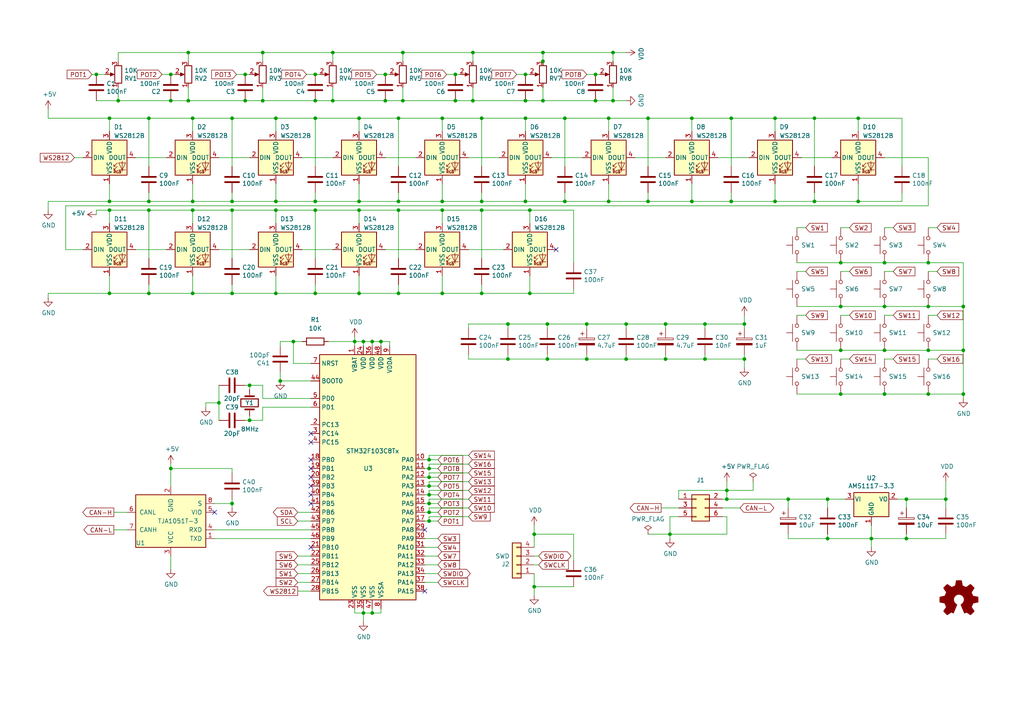
<source format=kicad_sch>
(kicad_sch (version 20211123) (generator eeschema)
  (paper "A4")
  (title_block (title "riban modular 10HP generic panel") (date "2024-02-26") (rev "3") (company "riban"))
  (junction (at 236.22 58.42))
  (junction (at 163.83 58.42))
  (junction (at 236.22 34.29))
  (junction (at 137.16 15.24))
  (junction (at 224.79 34.29))
  (junction (at 43.18 60.96))
  (junction (at 152.4 21.59))
  (junction (at 91.44 60.96))
  (junction (at 132.08 29.21))
  (junction (at 71.12 29.21))
  (junction (at 102.87 99.06))
  (junction (at 104.14 58.42))
  (junction (at 91.44 58.42))
  (junction (at 67.31 34.29))
  (junction (at 256.54 114.3))
  (junction (at 210.82 142.24))
  (junction (at 193.04 93.98))
  (junction (at 55.88 85.09))
  (junction (at 110.49 99.06))
  (junction (at 104.14 60.96))
  (junction (at 80.01 58.42))
  (junction (at 157.48 29.21))
  (junction (at 240.03 144.78))
  (junction (at 115.57 60.96))
  (junction (at 139.7 60.96))
  (junction (at 194.31 154.94))
  (junction (at 124.46 133.35))
  (junction (at 27.94 21.59))
  (junction (at 67.31 58.42))
  (junction (at 124.46 148.59))
  (junction (at 170.18 93.98))
  (junction (at 128.27 34.29))
  (junction (at 128.27 60.96))
  (junction (at 172.72 29.21))
  (junction (at 193.04 104.14))
  (junction (at 269.24 114.3))
  (junction (at 91.44 34.29))
  (junction (at 212.09 58.42))
  (junction (at 124.46 135.89))
  (junction (at 72.39 121.92))
  (junction (at 252.73 156.21))
  (junction (at 256.54 88.9))
  (junction (at 124.46 138.43))
  (junction (at 76.2 29.21))
  (junction (at 104.14 85.09))
  (junction (at 243.84 76.2))
  (junction (at 248.92 58.42))
  (junction (at 157.48 17.78))
  (junction (at 85.09 99.06))
  (junction (at 55.88 60.96))
  (junction (at 31.75 85.09))
  (junction (at 243.84 88.9))
  (junction (at 176.53 34.29))
  (junction (at 177.8 15.24))
  (junction (at 124.46 140.97))
  (junction (at 67.31 146.05))
  (junction (at 76.2 15.24))
  (junction (at 54.61 15.24))
  (junction (at 153.67 60.96))
  (junction (at 153.67 85.09))
  (junction (at 181.61 93.98))
  (junction (at 80.01 60.96))
  (junction (at 172.72 21.59))
  (junction (at 31.75 58.42))
  (junction (at 152.4 29.21))
  (junction (at 200.66 58.42))
  (junction (at 49.53 135.89))
  (junction (at 115.57 34.29))
  (junction (at 210.82 144.78))
  (junction (at 31.75 60.96))
  (junction (at 107.95 99.06))
  (junction (at 72.39 111.76))
  (junction (at 96.52 15.24))
  (junction (at 81.28 110.49))
  (junction (at 128.27 85.09))
  (junction (at 116.84 29.21))
  (junction (at 147.32 104.14))
  (junction (at 67.31 60.96))
  (junction (at 157.48 15.24))
  (junction (at 212.09 34.29))
  (junction (at 279.4 114.3))
  (junction (at 154.94 170.18))
  (junction (at 274.32 144.78))
  (junction (at 248.92 34.29))
  (junction (at 49.53 21.59))
  (junction (at 269.24 88.9))
  (junction (at 262.89 144.78))
  (junction (at 105.41 177.8))
  (junction (at 152.4 34.29))
  (junction (at 187.96 58.42))
  (junction (at 115.57 58.42))
  (junction (at 269.24 101.6))
  (junction (at 43.18 34.29))
  (junction (at 55.88 58.42))
  (junction (at 43.18 58.42))
  (junction (at 158.75 93.98))
  (junction (at 243.84 114.3))
  (junction (at 139.7 58.42))
  (junction (at 63.5 116.84))
  (junction (at 215.9 104.14))
  (junction (at 262.89 156.21))
  (junction (at 256.54 76.2))
  (junction (at 124.46 146.05))
  (junction (at 80.01 85.09))
  (junction (at 111.76 21.59))
  (junction (at 240.03 156.21))
  (junction (at 49.53 29.21))
  (junction (at 215.9 93.98))
  (junction (at 91.44 29.21))
  (junction (at 128.27 58.42))
  (junction (at 228.6 144.78))
  (junction (at 91.44 21.59))
  (junction (at 204.47 93.98))
  (junction (at 170.18 104.14))
  (junction (at 139.7 34.29))
  (junction (at 224.79 58.42))
  (junction (at 269.24 76.2))
  (junction (at 111.76 29.21))
  (junction (at 256.54 101.6))
  (junction (at 147.32 93.98))
  (junction (at 104.14 34.29))
  (junction (at 124.46 151.13))
  (junction (at 154.94 154.94))
  (junction (at 177.8 29.21))
  (junction (at 137.16 29.21))
  (junction (at 43.18 85.09))
  (junction (at 91.44 85.09))
  (junction (at 116.84 15.24))
  (junction (at 132.08 21.59))
  (junction (at 54.61 29.21))
  (junction (at 105.41 99.06))
  (junction (at 107.95 177.8))
  (junction (at 80.01 34.29))
  (junction (at 34.29 29.21))
  (junction (at 176.53 58.42))
  (junction (at 243.84 101.6))
  (junction (at 96.52 29.21))
  (junction (at 187.96 34.29))
  (junction (at 31.75 34.29))
  (junction (at 152.4 58.42))
  (junction (at 67.31 85.09))
  (junction (at 279.4 88.9))
  (junction (at 181.61 104.14))
  (junction (at 71.12 21.59))
  (junction (at 139.7 85.09))
  (junction (at 158.75 104.14))
  (junction (at 55.88 34.29))
  (junction (at 124.46 143.51))
  (junction (at 204.47 104.14))
  (junction (at 163.83 34.29))
  (junction (at 200.66 34.29))
  (junction (at 279.4 101.6))
  (junction (at 115.57 85.09))
  (no_connect (at 90.17 125.73))
  (no_connect (at 90.17 146.05))
  (no_connect (at 90.17 143.51))
  (no_connect (at 90.17 140.97))
  (no_connect (at 90.17 133.35))
  (no_connect (at 90.17 135.89))
  (no_connect (at 62.23 148.59))
  (no_connect (at 90.17 128.27))
  (no_connect (at 123.19 171.45))
  (no_connect (at 123.19 153.67))
  (no_connect (at 90.17 158.75))
  (no_connect (at 90.17 138.43))
  (no_connect (at 161.29 72.39))
  (wire (pts (xy 71.12 29.21) (xy 76.2 29.21)))
  (wire (pts (xy 55.88 53.34) (xy 55.88 58.42)))
  (wire (pts (xy 177.8 17.78) (xy 177.8 15.24)))
  (wire (pts (xy 157.48 29.21) (xy 172.72 29.21)))
  (wire (pts (xy 91.44 85.09) (xy 104.14 85.09)))
  (wire (pts (xy 135.89 134.62) (xy 124.46 134.62)))
  (wire (pts (xy 124.46 135.89) (xy 123.19 135.89)))
  (wire (pts (xy 67.31 85.09) (xy 80.01 85.09)))
  (wire (pts (xy 279.4 76.2) (xy 279.4 88.9)))
  (wire (pts (xy 135.89 95.25) (xy 135.89 93.98)))
  (wire (pts (xy 96.52 29.21) (xy 111.76 29.21)))
  (wire (pts (xy 269.24 88.9) (xy 279.4 88.9)))
  (wire (pts (xy 81.28 110.49) (xy 90.17 110.49)))
  (wire (pts (xy 43.18 34.29) (xy 55.88 34.29)))
  (wire (pts (xy 256.54 114.3) (xy 243.84 114.3)))
  (wire (pts (xy 204.47 93.98) (xy 215.9 93.98)))
  (wire (pts (xy 231.14 78.74) (xy 233.68 78.74)))
  (wire (pts (xy 80.01 53.34) (xy 80.01 58.42)))
  (wire (pts (xy 170.18 104.14) (xy 181.61 104.14)))
  (wire (pts (xy 160.02 45.72) (xy 168.91 45.72)))
  (wire (pts (xy 76.2 29.21) (xy 91.44 29.21)))
  (wire (pts (xy 152.4 29.21) (xy 157.48 29.21)))
  (wire (pts (xy 31.75 64.77) (xy 31.75 60.96)))
  (wire (pts (xy 262.89 156.21) (xy 274.32 156.21)))
  (wire (pts (xy 139.7 85.09) (xy 153.67 85.09)))
  (wire (pts (xy 269.24 76.2) (xy 279.4 76.2)))
  (wire (pts (xy 80.01 58.42) (xy 91.44 58.42)))
  (wire (pts (xy 157.48 17.78) (xy 157.48 15.24)))
  (wire (pts (xy 191.77 147.32) (xy 196.85 147.32)))
  (wire (pts (xy 187.96 55.88) (xy 187.96 58.42)))
  (wire (pts (xy 181.61 104.14) (xy 193.04 104.14)))
  (wire (pts (xy 135.89 142.24) (xy 124.46 142.24)))
  (wire (pts (xy 76.2 111.76) (xy 72.39 111.76)))
  (wire (pts (xy 152.4 21.59) (xy 149.86 21.59)))
  (wire (pts (xy 123.19 146.05) (xy 124.46 146.05)))
  (wire (pts (xy 105.41 180.34) (xy 105.41 177.8)))
  (wire (pts (xy 91.44 60.96) (xy 104.14 60.96)))
  (wire (pts (xy 154.94 170.18) (xy 154.94 166.37)))
  (wire (pts (xy 256.54 78.74) (xy 259.08 78.74)))
  (wire (pts (xy 95.25 99.06) (xy 102.87 99.06)))
  (wire (pts (xy 113.03 99.06) (xy 113.03 100.33)))
  (wire (pts (xy 200.66 53.34) (xy 200.66 58.42)))
  (wire (pts (xy 128.27 58.42) (xy 139.7 58.42)))
  (wire (pts (xy 96.52 25.4) (xy 96.52 29.21)))
  (wire (pts (xy 123.19 163.83) (xy 127 163.83)))
  (wire (pts (xy 107.95 177.8) (xy 110.49 177.8)))
  (wire (pts (xy 153.67 60.96) (xy 166.37 60.96)))
  (wire (pts (xy 240.03 156.21) (xy 252.73 156.21)))
  (wire (pts (xy 210.82 154.94) (xy 194.31 154.94)))
  (wire (pts (xy 63.5 116.84) (xy 59.69 116.84)))
  (wire (pts (xy 54.61 29.21) (xy 71.12 29.21)))
  (wire (pts (xy 208.28 45.72) (xy 217.17 45.72)))
  (wire (pts (xy 67.31 144.78) (xy 67.31 146.05)))
  (wire (pts (xy 231.14 91.44) (xy 233.68 91.44)))
  (wire (pts (xy 139.7 60.96) (xy 139.7 74.93)))
  (wire (pts (xy 90.17 105.41) (xy 85.09 105.41)))
  (wire (pts (xy 147.32 93.98) (xy 158.75 93.98)))
  (wire (pts (xy 81.28 107.95) (xy 81.28 110.49)))
  (wire (pts (xy 158.75 93.98) (xy 170.18 93.98)))
  (wire (pts (xy 76.2 25.4) (xy 76.2 29.21)))
  (wire (pts (xy 147.32 104.14) (xy 135.89 104.14)))
  (wire (pts (xy 67.31 74.93) (xy 67.31 60.96)))
  (wire (pts (xy 13.97 31.75) (xy 13.97 34.29)))
  (wire (pts (xy 104.14 85.09) (xy 115.57 85.09)))
  (wire (pts (xy 80.01 85.09) (xy 91.44 85.09)))
  (wire (pts (xy 269.24 45.72) (xy 269.24 59.69)))
  (wire (pts (xy 115.57 48.26) (xy 115.57 34.29)))
  (wire (pts (xy 261.62 48.26) (xy 261.62 34.29)))
  (wire (pts (xy 90.17 115.57) (xy 76.2 115.57)))
  (wire (pts (xy 54.61 17.78) (xy 54.61 15.24)))
  (wire (pts (xy 212.09 55.88) (xy 212.09 58.42)))
  (wire (pts (xy 128.27 38.1) (xy 128.27 34.29)))
  (wire (pts (xy 107.95 176.53) (xy 107.95 177.8)))
  (wire (pts (xy 124.46 146.05) (xy 127 146.05)))
  (wire (pts (xy 153.67 64.77) (xy 153.67 60.96)))
  (wire (pts (xy 43.18 82.55) (xy 43.18 85.09)))
  (wire (pts (xy 154.94 154.94) (xy 154.94 158.75)))
  (wire (pts (xy 127 156.21) (xy 123.19 156.21)))
  (wire (pts (xy 209.55 144.78) (xy 210.82 144.78)))
  (wire (pts (xy 252.73 158.75) (xy 252.73 156.21)))
  (wire (pts (xy 33.02 148.59) (xy 36.83 148.59)))
  (wire (pts (xy 128.27 60.96) (xy 139.7 60.96)))
  (wire (pts (xy 248.92 53.34) (xy 248.92 58.42)))
  (wire (pts (xy 224.79 53.34) (xy 224.79 58.42)))
  (wire (pts (xy 279.4 88.9) (xy 279.4 101.6)))
  (wire (pts (xy 231.14 66.04) (xy 233.68 66.04)))
  (wire (pts (xy 72.39 111.76) (xy 72.39 113.03)))
  (wire (pts (xy 231.14 104.14) (xy 233.68 104.14)))
  (wire (pts (xy 116.84 29.21) (xy 132.08 29.21)))
  (wire (pts (xy 170.18 104.14) (xy 170.18 102.87)))
  (wire (pts (xy 154.94 154.94) (xy 154.94 152.4)))
  (wire (pts (xy 63.5 72.39) (xy 72.39 72.39)))
  (wire (pts (xy 13.97 60.96) (xy 13.97 58.42)))
  (wire (pts (xy 181.61 102.87) (xy 181.61 104.14)))
  (wire (pts (xy 210.82 142.24) (xy 210.82 144.78)))
  (wire (pts (xy 154.94 163.83) (xy 156.21 163.83)))
  (wire (pts (xy 152.4 34.29) (xy 163.83 34.29)))
  (wire (pts (xy 269.24 78.74) (xy 271.78 78.74)))
  (wire (pts (xy 210.82 142.24) (xy 218.44 142.24)))
  (wire (pts (xy 34.29 29.21) (xy 49.53 29.21)))
  (wire (pts (xy 243.84 114.3) (xy 231.14 114.3)))
  (wire (pts (xy 50.8 21.59) (xy 49.53 21.59)))
  (wire (pts (xy 33.02 153.67) (xy 36.83 153.67)))
  (wire (pts (xy 31.75 58.42) (xy 43.18 58.42)))
  (wire (pts (xy 49.53 29.21) (xy 54.61 29.21)))
  (wire (pts (xy 243.84 104.14) (xy 246.38 104.14)))
  (wire (pts (xy 243.84 66.04) (xy 246.38 66.04)))
  (wire (pts (xy 176.53 38.1) (xy 176.53 34.29)))
  (wire (pts (xy 67.31 60.96) (xy 80.01 60.96)))
  (wire (pts (xy 49.53 135.89) (xy 49.53 140.97)))
  (wire (pts (xy 262.89 154.94) (xy 262.89 156.21)))
  (wire (pts (xy 147.32 104.14) (xy 158.75 104.14)))
  (wire (pts (xy 115.57 82.55) (xy 115.57 85.09)))
  (wire (pts (xy 269.24 104.14) (xy 271.78 104.14)))
  (wire (pts (xy 115.57 85.09) (xy 128.27 85.09)))
  (wire (pts (xy 115.57 58.42) (xy 128.27 58.42)))
  (wire (pts (xy 116.84 15.24) (xy 137.16 15.24)))
  (wire (pts (xy 27.94 21.59) (xy 26.67 21.59)))
  (wire (pts (xy 49.53 135.89) (xy 67.31 135.89)))
  (wire (pts (xy 105.41 177.8) (xy 102.87 177.8)))
  (wire (pts (xy 85.09 105.41) (xy 85.09 99.06)))
  (wire (pts (xy 91.44 34.29) (xy 104.14 34.29)))
  (wire (pts (xy 91.44 58.42) (xy 104.14 58.42)))
  (wire (pts (xy 163.83 55.88) (xy 163.83 58.42)))
  (wire (pts (xy 127 140.97) (xy 124.46 140.97)))
  (wire (pts (xy 86.36 161.29) (xy 90.17 161.29)))
  (wire (pts (xy 67.31 34.29) (xy 80.01 34.29)))
  (wire (pts (xy 43.18 58.42) (xy 55.88 58.42)))
  (wire (pts (xy 111.76 29.21) (xy 116.84 29.21)))
  (wire (pts (xy 124.46 142.24) (xy 124.46 143.51)))
  (wire (pts (xy 128.27 53.34) (xy 128.27 58.42)))
  (wire (pts (xy 116.84 25.4) (xy 116.84 29.21)))
  (wire (pts (xy 49.53 134.62) (xy 49.53 135.89)))
  (wire (pts (xy 187.96 154.94) (xy 194.31 154.94)))
  (wire (pts (xy 55.88 85.09) (xy 67.31 85.09)))
  (wire (pts (xy 187.96 58.42) (xy 200.66 58.42)))
  (wire (pts (xy 124.46 132.08) (xy 124.46 133.35)))
  (wire (pts (xy 124.46 149.86) (xy 124.46 151.13)))
  (wire (pts (xy 132.08 29.21) (xy 137.16 29.21)))
  (wire (pts (xy 90.17 163.83) (xy 86.36 163.83)))
  (wire (pts (xy 72.39 120.65) (xy 72.39 121.92)))
  (wire (pts (xy 43.18 74.93) (xy 43.18 60.96)))
  (wire (pts (xy 124.46 140.97) (xy 123.19 140.97)))
  (wire (pts (xy 137.16 25.4) (xy 137.16 29.21)))
  (wire (pts (xy 72.39 21.59) (xy 71.12 21.59)))
  (wire (pts (xy 236.22 48.26) (xy 236.22 34.29)))
  (wire (pts (xy 19.05 59.69) (xy 19.05 72.39)))
  (wire (pts (xy 209.55 149.86) (xy 210.82 149.86)))
  (wire (pts (xy 269.24 66.04) (xy 271.78 66.04)))
  (wire (pts (xy 210.82 139.7) (xy 210.82 142.24)))
  (wire (pts (xy 196.85 142.24) (xy 210.82 142.24)))
  (wire (pts (xy 102.87 97.79) (xy 102.87 99.06)))
  (wire (pts (xy 76.2 118.11) (xy 76.2 121.92)))
  (wire (pts (xy 196.85 149.86) (xy 194.31 149.86)))
  (wire (pts (xy 80.01 64.77) (xy 80.01 60.96)))
  (wire (pts (xy 153.67 85.09) (xy 166.37 85.09)))
  (wire (pts (xy 86.36 171.45) (xy 90.17 171.45)))
  (wire (pts (xy 139.7 58.42) (xy 152.4 58.42)))
  (wire (pts (xy 127 148.59) (xy 124.46 148.59)))
  (wire (pts (xy 177.8 29.21) (xy 181.61 29.21)))
  (wire (pts (xy 193.04 93.98) (xy 204.47 93.98)))
  (wire (pts (xy 194.31 154.94) (xy 194.31 156.21)))
  (wire (pts (xy 67.31 48.26) (xy 67.31 34.29)))
  (wire (pts (xy 90.17 118.11) (xy 76.2 118.11)))
  (wire (pts (xy 123.19 138.43) (xy 124.46 138.43)))
  (wire (pts (xy 110.49 100.33) (xy 110.49 99.06)))
  (wire (pts (xy 124.46 139.7) (xy 124.46 140.97)))
  (wire (pts (xy 243.84 88.9) (xy 231.14 88.9)))
  (wire (pts (xy 104.14 64.77) (xy 104.14 60.96)))
  (wire (pts (xy 139.7 60.96) (xy 153.67 60.96)))
  (wire (pts (xy 224.79 58.42) (xy 236.22 58.42)))
  (wire (pts (xy 224.79 34.29) (xy 236.22 34.29)))
  (wire (pts (xy 172.72 21.59) (xy 170.18 21.59)))
  (wire (pts (xy 137.16 15.24) (xy 157.48 15.24)))
  (wire (pts (xy 200.66 58.42) (xy 212.09 58.42)))
  (wire (pts (xy 248.92 34.29) (xy 261.62 34.29)))
  (wire (pts (xy 111.76 21.59) (xy 109.22 21.59)))
  (wire (pts (xy 256.54 45.72) (xy 269.24 45.72)))
  (wire (pts (xy 31.75 34.29) (xy 43.18 34.29)))
  (wire (pts (xy 157.48 19.05) (xy 157.48 17.78)))
  (wire (pts (xy 55.88 38.1) (xy 55.88 34.29)))
  (wire (pts (xy 269.24 88.9) (xy 256.54 88.9)))
  (wire (pts (xy 181.61 93.98) (xy 181.61 95.25)))
  (wire (pts (xy 153.67 21.59) (xy 152.4 21.59)))
  (wire (pts (xy 210.82 149.86) (xy 210.82 154.94)))
  (wire (pts (xy 256.54 101.6) (xy 243.84 101.6)))
  (wire (pts (xy 177.8 25.4) (xy 177.8 29.21)))
  (wire (pts (xy 243.84 91.44) (xy 246.38 91.44)))
  (wire (pts (xy 147.32 95.25) (xy 147.32 93.98)))
  (wire (pts (xy 76.2 115.57) (xy 76.2 111.76)))
  (wire (pts (xy 187.96 48.26) (xy 187.96 34.29)))
  (wire (pts (xy 269.24 101.6) (xy 279.4 101.6)))
  (wire (pts (xy 76.2 15.24) (xy 96.52 15.24)))
  (wire (pts (xy 107.95 99.06) (xy 105.41 99.06)))
  (wire (pts (xy 86.36 168.91) (xy 90.17 168.91)))
  (wire (pts (xy 55.88 64.77) (xy 55.88 60.96)))
  (wire (pts (xy 91.44 55.88) (xy 91.44 58.42)))
  (wire (pts (xy 269.24 91.44) (xy 271.78 91.44)))
  (wire (pts (xy 262.89 144.78) (xy 262.89 147.32)))
  (wire (pts (xy 157.48 25.4) (xy 157.48 29.21)))
  (wire (pts (xy 166.37 85.09) (xy 166.37 83.82)))
  (wire (pts (xy 166.37 170.18) (xy 154.94 170.18)))
  (wire (pts (xy 228.6 144.78) (xy 240.03 144.78)))
  (wire (pts (xy 80.01 60.96) (xy 91.44 60.96)))
  (wire (pts (xy 55.88 58.42) (xy 67.31 58.42)))
  (wire (pts (xy 193.04 104.14) (xy 204.47 104.14)))
  (wire (pts (xy 105.41 100.33) (xy 105.41 99.06)))
  (wire (pts (xy 67.31 147.32) (xy 67.31 146.05)))
  (wire (pts (xy 218.44 142.24) (xy 218.44 139.7)))
  (wire (pts (xy 240.03 144.78) (xy 240.03 147.32)))
  (wire (pts (xy 102.87 176.53) (xy 102.87 177.8)))
  (wire (pts (xy 204.47 104.14) (xy 215.9 104.14)))
  (wire (pts (xy 176.53 58.42) (xy 187.96 58.42)))
  (wire (pts (xy 104.14 38.1) (xy 104.14 34.29)))
  (wire (pts (xy 27.94 29.21) (xy 34.29 29.21)))
  (wire (pts (xy 260.35 144.78) (xy 262.89 144.78)))
  (wire (pts (xy 212.09 34.29) (xy 224.79 34.29)))
  (wire (pts (xy 115.57 60.96) (xy 128.27 60.96)))
  (wire (pts (xy 236.22 34.29) (xy 248.92 34.29)))
  (wire (pts (xy 127 133.35) (xy 124.46 133.35)))
  (wire (pts (xy 13.97 34.29) (xy 31.75 34.29)))
  (wire (pts (xy 269.24 114.3) (xy 256.54 114.3)))
  (wire (pts (xy 63.5 111.76) (xy 63.5 116.84)))
  (wire (pts (xy 87.63 99.06) (xy 85.09 99.06)))
  (wire (pts (xy 133.35 21.59) (xy 132.08 21.59)))
  (wire (pts (xy 215.9 106.68) (xy 215.9 104.14)))
  (wire (pts (xy 124.46 147.32) (xy 124.46 148.59)))
  (wire (pts (xy 228.6 154.94) (xy 228.6 156.21)))
  (wire (pts (xy 76.2 17.78) (xy 76.2 15.24)))
  (wire (pts (xy 187.96 34.29) (xy 200.66 34.29)))
  (wire (pts (xy 200.66 38.1) (xy 200.66 34.29)))
  (wire (pts (xy 232.41 45.72) (xy 241.3 45.72)))
  (wire (pts (xy 105.41 176.53) (xy 105.41 177.8)))
  (wire (pts (xy 127 135.89) (xy 124.46 135.89)))
  (wire (pts (xy 27.94 60.96) (xy 31.75 60.96)))
  (wire (pts (xy 269.24 101.6) (xy 256.54 101.6)))
  (wire (pts (xy 124.46 148.59) (xy 123.19 148.59)))
  (wire (pts (xy 163.83 34.29) (xy 176.53 34.29)))
  (wire (pts (xy 115.57 34.29) (xy 128.27 34.29)))
  (wire (pts (xy 92.71 21.59) (xy 91.44 21.59)))
  (wire (pts (xy 256.54 76.2) (xy 243.84 76.2)))
  (wire (pts (xy 62.23 156.21) (xy 90.17 156.21)))
  (wire (pts (xy 76.2 121.92) (xy 72.39 121.92)))
  (wire (pts (xy 91.44 29.21) (xy 96.52 29.21)))
  (wire (pts (xy 21.59 45.72) (xy 24.13 45.72)))
  (wire (pts (xy 86.36 151.13) (xy 90.17 151.13)))
  (wire (pts (xy 110.49 99.06) (xy 113.03 99.06)))
  (wire (pts (xy 27.94 62.23) (xy 27.94 60.96)))
  (wire (pts (xy 127 143.51) (xy 124.46 143.51)))
  (wire (pts (xy 256.54 91.44) (xy 259.08 91.44)))
  (wire (pts (xy 135.89 45.72) (xy 144.78 45.72)))
  (wire (pts (xy 67.31 82.55) (xy 67.31 85.09)))
  (wire (pts (xy 107.95 100.33) (xy 107.95 99.06)))
  (wire (pts (xy 132.08 21.59) (xy 129.54 21.59)))
  (wire (pts (xy 54.61 15.24) (xy 76.2 15.24)))
  (wire (pts (xy 124.46 151.13) (xy 123.19 151.13)))
  (wire (pts (xy 274.32 154.94) (xy 274.32 156.21)))
  (wire (pts (xy 157.48 15.24) (xy 177.8 15.24)))
  (wire (pts (xy 135.89 132.08) (xy 124.46 132.08)))
  (wire (pts (xy 228.6 156.21) (xy 240.03 156.21)))
  (wire (pts (xy 13.97 58.42) (xy 31.75 58.42)))
  (wire (pts (xy 139.7 48.26) (xy 139.7 34.29)))
  (wire (pts (xy 269.24 59.69) (xy 19.05 59.69)))
  (wire (pts (xy 39.37 45.72) (xy 48.26 45.72)))
  (wire (pts (xy 128.27 34.29) (xy 139.7 34.29)))
  (wire (pts (xy 172.72 29.21) (xy 177.8 29.21)))
  (wire (pts (xy 154.94 161.29) (xy 156.21 161.29)))
  (wire (pts (xy 13.97 85.09) (xy 31.75 85.09)))
  (wire (pts (xy 256.54 66.04) (xy 259.08 66.04)))
  (wire (pts (xy 124.46 143.51) (xy 123.19 143.51)))
  (wire (pts (xy 59.69 116.84) (xy 59.69 118.11)))
  (wire (pts (xy 104.14 58.42) (xy 115.57 58.42)))
  (wire (pts (xy 111.76 72.39) (xy 120.65 72.39)))
  (wire (pts (xy 243.84 101.6) (xy 231.14 101.6)))
  (wire (pts (xy 124.46 134.62) (xy 124.46 135.89)))
  (wire (pts (xy 177.8 15.24) (xy 181.61 15.24)))
  (wire (pts (xy 200.66 34.29) (xy 212.09 34.29)))
  (wire (pts (xy 105.41 99.06) (xy 102.87 99.06)))
  (wire (pts (xy 135.89 147.32) (xy 124.46 147.32)))
  (wire (pts (xy 104.14 34.29) (xy 115.57 34.29)))
  (wire (pts (xy 256.54 88.9) (xy 243.84 88.9)))
  (wire (pts (xy 96.52 15.24) (xy 116.84 15.24)))
  (wire (pts (xy 256.54 104.14) (xy 259.08 104.14)))
  (wire (pts (xy 80.01 38.1) (xy 80.01 34.29)))
  (wire (pts (xy 212.09 58.42) (xy 224.79 58.42)))
  (wire (pts (xy 104.14 80.01) (xy 104.14 85.09)))
  (wire (pts (xy 31.75 60.96) (xy 43.18 60.96)))
  (wire (pts (xy 135.89 102.87) (xy 135.89 104.14)))
  (wire (pts (xy 127 151.13) (xy 124.46 151.13)))
  (wire (pts (xy 269.24 114.3) (xy 279.4 114.3)))
  (wire (pts (xy 274.32 144.78) (xy 274.32 139.7)))
  (wire (pts (xy 124.46 133.35) (xy 123.19 133.35)))
  (wire (pts (xy 67.31 135.89) (xy 67.31 137.16)))
  (wire (pts (xy 107.95 99.06) (xy 110.49 99.06)))
  (wire (pts (xy 85.09 99.06) (xy 81.28 99.06)))
  (wire (pts (xy 71.12 21.59) (xy 68.58 21.59)))
  (wire (pts (xy 261.62 55.88) (xy 261.62 58.42)))
  (wire (pts (xy 236.22 58.42) (xy 248.92 58.42)))
  (wire (pts (xy 135.89 149.86) (xy 124.46 149.86)))
  (wire (pts (xy 137.16 17.78) (xy 137.16 15.24)))
  (wire (pts (xy 110.49 176.53) (xy 110.49 177.8)))
  (wire (pts (xy 81.28 99.06) (xy 81.28 100.33)))
  (wire (pts (xy 67.31 146.05) (xy 62.23 146.05)))
  (wire (pts (xy 31.75 38.1) (xy 31.75 34.29)))
  (wire (pts (xy 86.36 166.37) (xy 90.17 166.37)))
  (wire (pts (xy 215.9 93.98) (xy 215.9 95.25)))
  (wire (pts (xy 80.01 34.29) (xy 91.44 34.29)))
  (wire (pts (xy 107.95 177.8) (xy 105.41 177.8)))
  (wire (pts (xy 210.82 144.78) (xy 228.6 144.78)))
  (wire (pts (xy 152.4 38.1) (xy 152.4 34.29)))
  (wire (pts (xy 135.89 144.78) (xy 124.46 144.78)))
  (wire (pts (xy 135.89 139.7) (xy 124.46 139.7)))
  (wire (pts (xy 139.7 82.55) (xy 139.7 85.09)))
  (wire (pts (xy 102.87 100.33) (xy 102.87 99.06)))
  (wire (pts (xy 43.18 55.88) (xy 43.18 58.42)))
  (wire (pts (xy 240.03 154.94) (xy 240.03 156.21)))
  (wire (pts (xy 209.55 147.32) (xy 214.63 147.32)))
  (wire (pts (xy 116.84 17.78) (xy 116.84 15.24)))
  (wire (pts (xy 31.75 85.09) (xy 31.75 80.01)))
  (wire (pts (xy 147.32 102.87) (xy 147.32 104.14)))
  (wire (pts (xy 67.31 55.88) (xy 67.31 58.42)))
  (wire (pts (xy 43.18 85.09) (xy 55.88 85.09)))
  (wire (pts (xy 91.44 48.26) (xy 91.44 34.29)))
  (wire (pts (xy 39.37 72.39) (xy 48.26 72.39)))
  (wire (pts (xy 124.46 138.43) (xy 127 138.43)))
  (wire (pts (xy 170.18 93.98) (xy 181.61 93.98)))
  (wire (pts (xy 243.84 78.74) (xy 246.38 78.74)))
  (wire (pts (xy 80.01 80.01) (xy 80.01 85.09)))
  (wire (pts (xy 91.44 21.59) (xy 88.9 21.59)))
  (wire (pts (xy 236.22 55.88) (xy 236.22 58.42)))
  (wire (pts (xy 19.05 72.39) (xy 24.13 72.39)))
  (wire (pts (xy 43.18 48.26) (xy 43.18 34.29)))
  (wire (pts (xy 248.92 38.1) (xy 248.92 34.29)))
  (wire (pts (xy 252.73 152.4) (xy 252.73 156.21)))
  (wire (pts (xy 31.75 58.42) (xy 31.75 53.34)))
  (wire (pts (xy 176.53 53.34) (xy 176.53 58.42)))
  (wire (pts (xy 193.04 104.14) (xy 193.04 102.87)))
  (wire (pts (xy 63.5 45.72) (xy 72.39 45.72)))
  (wire (pts (xy 243.84 76.2) (xy 231.14 76.2)))
  (wire (pts (xy 87.63 72.39) (xy 96.52 72.39)))
  (wire (pts (xy 215.9 91.44) (xy 215.9 93.98)))
  (wire (pts (xy 166.37 60.96) (xy 166.37 76.2)))
  (wire (pts (xy 104.14 60.96) (xy 115.57 60.96)))
  (wire (pts (xy 170.18 95.25) (xy 170.18 93.98)))
  (wire (pts (xy 34.29 17.78) (xy 34.29 15.24)))
  (wire (pts (xy 158.75 104.14) (xy 170.18 104.14)))
  (wire (pts (xy 115.57 55.88) (xy 115.57 58.42)))
  (wire (pts (xy 135.89 72.39) (xy 146.05 72.39)))
  (wire (pts (xy 96.52 17.78) (xy 96.52 15.24)))
  (wire (pts (xy 67.31 58.42) (xy 80.01 58.42)))
  (wire (pts (xy 113.03 21.59) (xy 111.76 21.59)))
  (wire (pts (xy 158.75 95.25) (xy 158.75 93.98)))
  (wire (pts (xy 63.5 116.84) (xy 63.5 121.92)))
  (wire (pts (xy 13.97 86.36) (xy 13.97 85.09)))
  (wire (pts (xy 123.19 168.91) (xy 127 168.91)))
  (wire (pts (xy 154.94 172.72) (xy 154.94 170.18)))
  (wire (pts (xy 240.03 144.78) (xy 245.11 144.78)))
  (wire (pts (xy 184.15 45.72) (xy 193.04 45.72)))
  (wire (pts (xy 137.16 29.21) (xy 152.4 29.21)))
  (wire (pts (xy 262.89 144.78) (xy 274.32 144.78)))
  (wire (pts (xy 224.79 38.1) (xy 224.79 34.29)))
  (wire (pts (xy 30.48 21.59) (xy 27.94 21.59)))
  (wire (pts (xy 128.27 60.96) (xy 128.27 64.77)))
  (wire (pts (xy 115.57 74.93) (xy 115.57 60.96)))
  (wire (pts (xy 279.4 101.6) (xy 279.4 114.3)))
  (wire (pts (xy 124.46 144.78) (xy 124.46 146.05)))
  (wire (pts (xy 163.83 48.26) (xy 163.83 34.29)))
  (wire (pts (xy 163.83 58.42) (xy 176.53 58.42)))
  (wire (pts (xy 91.44 60.96) (xy 91.44 74.93)))
  (wire (pts (xy 43.18 60.96) (xy 55.88 60.96)))
  (wire (pts (xy 71.12 111.76) (xy 72.39 111.76)))
  (wire (pts (xy 204.47 93.98) (xy 204.47 95.25)))
  (wire (pts (xy 193.04 95.25) (xy 193.04 93.98)))
  (wire (pts (xy 181.61 93.98) (xy 193.04 93.98)))
  (wire (pts (xy 139.7 34.29) (xy 152.4 34.29)))
  (wire (pts (xy 212.09 48.26) (xy 212.09 34.29)))
  (wire (pts (xy 72.39 121.92) (xy 71.12 121.92)))
  (wire (pts (xy 123.19 161.29) (xy 127 161.29)))
  (wire (pts (xy 123.19 166.37) (xy 127 166.37)))
  (wire (pts (xy 31.75 85.09) (xy 43.18 85.09)))
  (wire (pts (xy 34.29 25.4) (xy 34.29 29.21)))
  (wire (pts (xy 176.53 34.29) (xy 187.96 34.29)))
  (wire (pts (xy 104.14 53.34) (xy 104.14 58.42)))
  (wire (pts (xy 127 158.75) (xy 123.19 158.75)))
  (wire (pts (xy 86.36 148.59) (xy 90.17 148.59)))
  (wire (pts (xy 55.88 80.01) (xy 55.88 85.09)))
  (wire (pts (xy 269.24 76.2) (xy 256.54 76.2)))
  (wire (pts (xy 55.88 34.29) (xy 67.31 34.29)))
  (wire (pts (xy 128.27 85.09) (xy 139.7 85.09)))
  (wire (pts (xy 111.76 45.72) (xy 120.65 45.72)))
  (wire (pts (xy 55.88 60.96) (xy 67.31 60.96)))
  (wire (pts (xy 173.99 21.59) (xy 172.72 21.59)))
  (wire (pts (xy 274.32 144.78) (xy 274.32 147.32)))
  (wire (pts (xy 135.89 93.98) (xy 147.32 93.98)))
  (wire (pts (xy 204.47 102.87) (xy 204.47 104.14)))
  (wire (pts (xy 153.67 85.09) (xy 153.67 80.01)))
  (wire (pts (xy 152.4 58.42) (xy 163.83 58.42)))
  (wire (pts (xy 166.37 154.94) (xy 166.37 162.56)))
  (wire (pts (xy 248.92 58.42) (xy 261.62 58.42)))
  (wire (pts (xy 215.9 102.87) (xy 215.9 104.14)))
  (wire (pts (xy 228.6 144.78) (xy 228.6 147.32)))
  (wire (pts (xy 49.53 21.59) (xy 46.99 21.59)))
  (wire (pts (xy 152.4 58.42) (xy 152.4 53.34)))
  (wire (pts (xy 34.29 15.24) (xy 54.61 15.24)))
  (wire (pts (xy 194.31 149.86) (xy 194.31 154.94)))
  (wire (pts (xy 54.61 25.4) (xy 54.61 29.21)))
  (wire (pts (xy 135.89 137.16) (xy 124.46 137.16)))
  (wire (pts (xy 158.75 102.87) (xy 158.75 104.14)))
  (wire (pts (xy 91.44 82.55) (xy 91.44 85.09)))
  (wire (pts (xy 196.85 144.78) (xy 196.85 142.24)))
  (wire (pts (xy 279.4 115.57) (xy 279.4 114.3)))
  (wire (pts (xy 139.7 55.88) (xy 139.7 58.42)))
  (wire (pts (xy 49.53 161.29) (xy 49.53 165.1)))
  (wire (pts (xy 154.94 154.94) (xy 166.37 154.94)))
  (wire (pts (xy 262.89 156.21) (xy 252.73 156.21)))
  (wire (pts (xy 62.23 153.67) (xy 90.17 153.67)))
  (wire (pts (xy 124.46 137.16) (xy 124.46 138.43)))
  (wire (pts (xy 128.27 80.01) (xy 128.27 85.09)))
  (wire (pts (xy 87.63 45.72) (xy 96.52 45.72)))
  (global_label "POT5" (shape input) (at 109.22 21.59 180) (property "Intersheet References" "${INTERSHEET_REFS}" (effects hide)))
  (global_label "SDA" (shape bidirectional) (at 86.36 148.59 180) (property "Intersheet References" "${INTERSHEET_REFS}" (effects hide)))
  (global_label "SW12" (shape input) (at 135.89 142.24 0) (property "Intersheet References" "${INTERSHEET_REFS}" (effects hide)))
  (global_label "SW10" (shape input) (at 135.89 147.32 0) (property "Intersheet References" "${INTERSHEET_REFS}" (effects hide)))
  (global_label "CAN-L" (shape output) (at 33.02 153.67 180) (property "Intersheet References" "${INTERSHEET_REFS}" (effects hide)))
  (global_label "SW6" (shape input) (at 246.38 78.74 0) (property "Intersheet References" "${INTERSHEET_REFS}" (effects hide)))
  (global_label "SW15" (shape input) (at 135.89 137.16 0) (property "Intersheet References" "${INTERSHEET_REFS}" (effects hide)))
  (global_label "POT4" (shape input) (at 88.9 21.59 180) (property "Intersheet References" "${INTERSHEET_REFS}" (effects hide)))
  (global_label "CAN-L" (shape bidirectional) (at 214.63 147.32 0) (property "Intersheet References" "${INTERSHEET_REFS}" (effects hide)))
  (global_label "SW11" (shape input) (at 135.89 144.78 0) (property "Intersheet References" "${INTERSHEET_REFS}" (effects hide)))
  (global_label "SW2" (shape input) (at 246.38 66.04 0) (property "Intersheet References" "${INTERSHEET_REFS}" (effects hide)))
  (global_label "POT3" (shape input) (at 68.58 21.59 180) (property "Intersheet References" "${INTERSHEET_REFS}" (effects hide)))
  (global_label "SW12" (shape input) (at 271.78 91.44 0) (property "Intersheet References" "${INTERSHEET_REFS}" (effects hide)))
  (global_label "SW16" (shape input) (at 271.78 104.14 0) (property "Intersheet References" "${INTERSHEET_REFS}" (effects hide)))
  (global_label "SW5" (shape input) (at 233.68 78.74 0) (property "Intersheet References" "${INTERSHEET_REFS}" (effects hide)))
  (global_label "POT6" (shape input) (at 127 133.35 0) (property "Intersheet References" "${INTERSHEET_REFS}" (effects hide)))
  (global_label "POT7" (shape input) (at 149.86 21.59 180) (property "Intersheet References" "${INTERSHEET_REFS}" (effects hide)))
  (global_label "WS2812" (shape input) (at 21.59 45.72 180) (property "Intersheet References" "${INTERSHEET_REFS}" (effects hide)))
  (global_label "SW4" (shape input) (at 127 158.75 0) (property "Intersheet References" "${INTERSHEET_REFS}" (effects hide)))
  (global_label "SCL" (shape input) (at 86.36 151.13 180) (property "Intersheet References" "${INTERSHEET_REFS}" (effects hide)))
  (global_label "POT2" (shape input) (at 46.99 21.59 180) (property "Intersheet References" "${INTERSHEET_REFS}" (effects hide)))
  (global_label "SW13" (shape input) (at 135.89 139.7 0) (property "Intersheet References" "${INTERSHEET_REFS}" (effects hide)))
  (global_label "SW4" (shape input) (at 271.78 66.04 0) (property "Intersheet References" "${INTERSHEET_REFS}" (effects hide)))
  (global_label "SW8" (shape input) (at 271.78 78.74 0) (property "Intersheet References" "${INTERSHEET_REFS}" (effects hide)))
  (global_label "SW15" (shape input) (at 259.08 104.14 0) (property "Intersheet References" "${INTERSHEET_REFS}" (effects hide)))
  (global_label "SW11" (shape input) (at 259.08 91.44 0) (property "Intersheet References" "${INTERSHEET_REFS}" (effects hide)))
  (global_label "SW9" (shape input) (at 135.89 149.86 0) (property "Intersheet References" "${INTERSHEET_REFS}" (effects hide)))
  (global_label "POT8" (shape input) (at 170.18 21.59 180) (property "Intersheet References" "${INTERSHEET_REFS}" (effects hide)))
  (global_label "CAN-H" (shape output) (at 33.02 148.59 180) (property "Intersheet References" "${INTERSHEET_REFS}" (effects hide)))
  (global_label "POT2" (shape input) (at 127 148.59 0) (property "Intersheet References" "${INTERSHEET_REFS}" (effects hide)))
  (global_label "SW13" (shape input) (at 233.68 104.14 0) (property "Intersheet References" "${INTERSHEET_REFS}" (effects hide)))
  (global_label "SW14" (shape input) (at 246.38 104.14 0) (property "Intersheet References" "${INTERSHEET_REFS}" (effects hide)))
  (global_label "WS2812" (shape output) (at 86.36 171.45 180) (property "Intersheet References" "${INTERSHEET_REFS}" (effects hide)))
  (global_label "SW8" (shape input) (at 127 163.83 0) (property "Intersheet References" "${INTERSHEET_REFS}" (effects hide)))
  (global_label "POT4" (shape input) (at 127 143.51 0) (property "Intersheet References" "${INTERSHEET_REFS}" (effects hide)))
  (global_label "POT1" (shape input) (at 127 151.13 0) (property "Intersheet References" "${INTERSHEET_REFS}" (effects hide)))
  (global_label "SW7" (shape input) (at 127 161.29 0) (property "Intersheet References" "${INTERSHEET_REFS}" (effects hide)))
  (global_label "SW5" (shape input) (at 86.36 161.29 180) (property "Intersheet References" "${INTERSHEET_REFS}" (effects hide)))
  (global_label "SW3" (shape input) (at 259.08 66.04 0) (property "Intersheet References" "${INTERSHEET_REFS}" (effects hide)))
  (global_label "SW6" (shape input) (at 86.36 163.83 180) (property "Intersheet References" "${INTERSHEET_REFS}" (effects hide)))
  (global_label "SW2" (shape input) (at 86.36 168.91 180) (property "Intersheet References" "${INTERSHEET_REFS}" (effects hide)))
  (global_label "SW16" (shape input) (at 135.89 134.62 0) (property "Intersheet References" "${INTERSHEET_REFS}" (effects hide)))
  (global_label "POT7" (shape input) (at 127 138.43 0) (property "Intersheet References" "${INTERSHEET_REFS}" (effects hide)))
  (global_label "SWCLK" (shape input) (at 127 168.91 0) (property "Intersheet References" "${INTERSHEET_REFS}" (effects hide)))
  (global_label "SWDIO" (shape bidirectional) (at 156.21 161.29 0) (property "Intersheet References" "${INTERSHEET_REFS}" (effects hide)))
  (global_label "SW1" (shape input) (at 86.36 166.37 180) (property "Intersheet References" "${INTERSHEET_REFS}" (effects hide)))
  (global_label "SW3" (shape input) (at 127 156.21 0) (property "Intersheet References" "${INTERSHEET_REFS}" (effects hide)))
  (global_label "POT1" (shape input) (at 26.67 21.59 180) (property "Intersheet References" "${INTERSHEET_REFS}" (effects hide)))
  (global_label "POT6" (shape input) (at 129.54 21.59 180) (property "Intersheet References" "${INTERSHEET_REFS}" (effects hide)))
  (global_label "SW9" (shape input) (at 233.68 91.44 0) (property "Intersheet References" "${INTERSHEET_REFS}" (effects hide)))
  (global_label "CAN-H" (shape output) (at 191.77 147.32 180) (property "Intersheet References" "${INTERSHEET_REFS}" (effects hide)))
  (global_label "SWCLK" (shape input) (at 156.21 163.83 0) (property "Intersheet References" "${INTERSHEET_REFS}" (effects hide)))
  (global_label "SW1" (shape input) (at 233.68 66.04 0) (property "Intersheet References" "${INTERSHEET_REFS}" (effects hide)))
  (global_label "SWDIO" (shape bidirectional) (at 127 166.37 0) (property "Intersheet References" "${INTERSHEET_REFS}" (effects hide)))
  (global_label "SW14" (shape input) (at 135.89 132.08 0) (property "Intersheet References" "${INTERSHEET_REFS}" (effects hide)))
  (global_label "POT8" (shape input) (at 127 135.89 0) (property "Intersheet References" "${INTERSHEET_REFS}" (effects hide)))
  (global_label "SW10" (shape input) (at 246.38 91.44 0) (property "Intersheet References" "${INTERSHEET_REFS}" (effects hide)))
  (global_label "SW7" (shape input) (at 259.08 78.74 0) (property "Intersheet References" "${INTERSHEET_REFS}" (effects hide)))
  (global_label "POT5" (shape input) (at 127 140.97 0) (property "Intersheet References" "${INTERSHEET_REFS}" (effects hide)))
  (global_label "POT3" (shape input) (at 127 146.05 0) (property "Intersheet References" "${INTERSHEET_REFS}" (effects hide)))
  (symbol (lib_id "WS2812:XL-2121RGBC-WS2812B") (at 55.88 45.72 0) (unit 1)
    (property "Reference" "D2" (at 57.15 36.83 0) (effects (justify left)))
    (property "Value" "WS2812B" (at 57.15 39.37 0) (effects (justify left)))
    (property "Footprint" "WS2812:XL-2121RGBC-WS2812B" (effects hide))
    (property "Datasheet" "https://datasheet.lcsc.com/lcsc/2301111010_XINGLIGHT-XL-2121RGBC-WS2812B_C5349957.pdf" (effects hide))
    (property "LCSC" "C5349957" (effects hide))
  )
  (symbol (lib_id "WS2812:XL-2121RGBC-WS2812B") (at 80.01 45.72 0) (unit 1)
    (property "Reference" "D3" (at 81.28 36.83 0) (effects (justify left)))
    (property "Value" "WS2812B" (at 81.28 39.37 0) (effects (justify left)))
    (property "Footprint" "WS2812:XL-2121RGBC-WS2812B" (effects hide))
    (property "Datasheet" "https://datasheet.lcsc.com/lcsc/2301111010_XINGLIGHT-XL-2121RGBC-WS2812B_C5349957.pdf" (effects hide))
    (property "LCSC" "C5349957" (effects hide))
  )
  (symbol (lib_id "WS2812:XL-2121RGBC-WS2812B") (at 104.14 45.72 0) (unit 1)
    (property "Reference" "D4" (at 105.41 36.83 0) (effects (justify left)))
    (property "Value" "WS2812B" (at 105.41 39.37 0) (effects (justify left)))
    (property "Footprint" "WS2812:XL-2121RGBC-WS2812B" (effects hide))
    (property "Datasheet" "https://datasheet.lcsc.com/lcsc/2301111010_XINGLIGHT-XL-2121RGBC-WS2812B_C5349957.pdf" (effects hide))
    (property "LCSC" "C5349957" (effects hide))
  )
  (symbol (lib_id "WS2812:XL-2121RGBC-WS2812B") (at 128.27 45.72 0) (unit 1)
    (property "Reference" "D5" (at 129.54 36.83 0) (effects (justify left)))
    (property "Value" "WS2812B" (at 129.54 39.37 0) (effects (justify left)))
    (property "Footprint" "WS2812:XL-2121RGBC-WS2812B" (effects hide))
    (property "Datasheet" "https://datasheet.lcsc.com/lcsc/2301111010_XINGLIGHT-XL-2121RGBC-WS2812B_C5349957.pdf" (effects hide))
    (property "LCSC" "C5349957" (effects hide))
  )
  (symbol (lib_id "WS2812:XL-2121RGBC-WS2812B") (at 152.4 45.72 0) (unit 1)
    (property "Reference" "D6" (at 153.67 36.83 0) (effects (justify left)))
    (property "Value" "WS2812B" (at 153.67 39.37 0) (effects (justify left)))
    (property "Footprint" "WS2812:XL-2121RGBC-WS2812B" (effects hide))
    (property "Datasheet" "https://datasheet.lcsc.com/lcsc/2301111010_XINGLIGHT-XL-2121RGBC-WS2812B_C5349957.pdf" (effects hide))
    (property "LCSC" "C5349957" (effects hide))
  )
  (symbol (lib_id "WS2812:XL-2121RGBC-WS2812B") (at 176.53 45.72 0) (unit 1)
    (property "Reference" "D7" (at 177.8 36.83 0) (effects (justify left)))
    (property "Value" "WS2812B" (at 177.8 39.37 0) (effects (justify left)))
    (property "Footprint" "WS2812:XL-2121RGBC-WS2812B" (effects hide))
    (property "Datasheet" "https://datasheet.lcsc.com/lcsc/2301111010_XINGLIGHT-XL-2121RGBC-WS2812B_C5349957.pdf" (effects hide))
    (property "LCSC" "C5349957" (effects hide))
  )
  (symbol (lib_id "WS2812:XL-2121RGBC-WS2812B") (at 200.66 45.72 0) (unit 1)
    (property "Reference" "D8" (at 201.93 36.83 0) (effects (justify left)))
    (property "Value" "WS2812B" (at 201.93 39.37 0) (effects (justify left)))
    (property "Footprint" "WS2812:XL-2121RGBC-WS2812B" (effects hide))
    (property "Datasheet" "https://datasheet.lcsc.com/lcsc/2301111010_XINGLIGHT-XL-2121RGBC-WS2812B_C5349957.pdf" (effects hide))
    (property "LCSC" "C5349957" (effects hide))
  )
  (symbol (lib_id "WS2812:XL-2121RGBC-WS2812B") (at 224.79 45.72 0) (unit 1)
    (property "Reference" "D9" (at 226.06 36.83 0) (effects (justify left)))
    (property "Value" "WS2812B" (at 226.06 39.37 0) (effects (justify left)))
    (property "Footprint" "WS2812:XL-2121RGBC-WS2812B" (effects hide))
    (property "Datasheet" "https://datasheet.lcsc.com/lcsc/2301111010_XINGLIGHT-XL-2121RGBC-WS2812B_C5349957.pdf" (effects hide))
    (property "LCSC" "C5349957" (effects hide))
  )
  (symbol (lib_id "WS2812:XL-2121RGBC-WS2812B") (at 248.92 45.72 0) (unit 1)
    (property "Reference" "D10" (at 250.19 36.83 0) (effects (justify left)))
    (property "Value" "WS2812B" (at 250.19 39.37 0) (effects (justify left)))
    (property "Footprint" "WS2812:XL-2121RGBC-WS2812B" (effects hide))
    (property "Datasheet" "https://datasheet.lcsc.com/lcsc/2301111010_XINGLIGHT-XL-2121RGBC-WS2812B_C5349957.pdf" (effects hide))
    (property "LCSC" "C5349957" (effects hide))
  )
  (symbol (lib_id "WS2812:XL-2121RGBC-WS2812B") (at 31.75 72.39 0) (unit 1)
    (property "Reference" "D11" (at 33.02 63.5 0) (effects (justify left)))
    (property "Value" "WS2812B" (at 33.02 66.04 0) (effects (justify left)))
    (property "Footprint" "WS2812:XL-2121RGBC-WS2812B" (effects hide))
    (property "Datasheet" "https://datasheet.lcsc.com/lcsc/2301111010_XINGLIGHT-XL-2121RGBC-WS2812B_C5349957.pdf" (effects hide))
    (property "LCSC" "C5349957" (effects hide))
  )
  (symbol (lib_id "WS2812:XL-2121RGBC-WS2812B") (at 104.14 72.39 0) (unit 1)
    (property "Reference" "D14" (at 105.41 63.5 0) (effects (justify left)))
    (property "Value" "WS2812B" (at 105.41 66.04 0) (effects (justify left)))
    (property "Footprint" "WS2812:XL-2121RGBC-WS2812B" (effects hide))
    (property "Datasheet" "https://datasheet.lcsc.com/lcsc/2301111010_XINGLIGHT-XL-2121RGBC-WS2812B_C5349957.pdf" (effects hide))
    (property "LCSC" "C5349957" (effects hide))
  )
  (symbol (lib_id "WS2812:XL-2121RGBC-WS2812B") (at 55.88 72.39 0) (unit 1)
    (property "Reference" "D12" (at 57.15 63.5 0) (effects (justify left)))
    (property "Value" "WS2812B" (at 57.15 66.04 0) (effects (justify left)))
    (property "Footprint" "WS2812:XL-2121RGBC-WS2812B" (effects hide))
    (property "Datasheet" "https://datasheet.lcsc.com/lcsc/2301111010_XINGLIGHT-XL-2121RGBC-WS2812B_C5349957.pdf" (effects hide))
    (property "LCSC" "C5349957" (effects hide))
  )
  (symbol (lib_id "WS2812:XL-2121RGBC-WS2812B") (at 80.01 72.39 0) (unit 1)
    (property "Reference" "D13" (at 81.28 63.5 0) (effects (justify left)))
    (property "Value" "WS2812B" (at 81.28 66.04 0) (effects (justify left)))
    (property "Footprint" "WS2812:XL-2121RGBC-WS2812B" (effects hide))
    (property "Datasheet" "https://datasheet.lcsc.com/lcsc/2301111010_XINGLIGHT-XL-2121RGBC-WS2812B_C5349957.pdf" (effects hide))
    (property "LCSC" "C5349957" (effects hide))
  )
  (symbol (lib_id "WS2812:XL-2121RGBC-WS2812B") (at 128.27 72.39 0) (unit 1)
    (property "Reference" "D15" (at 129.54 63.5 0) (effects (justify left)))
    (property "Value" "WS2812B" (at 129.54 66.04 0) (effects (justify left)))
    (property "Footprint" "WS2812:XL-2121RGBC-WS2812B" (effects hide))
    (property "Datasheet" "https://datasheet.lcsc.com/lcsc/2301111010_XINGLIGHT-XL-2121RGBC-WS2812B_C5349957.pdf" (effects hide))
    (property "LCSC" "C5349957" (effects hide))
  )
  (symbol (lib_id "WS2812:XL-2121RGBC-WS2812B") (at 153.67 72.39 0) (unit 1)
    (property "Reference" "D16" (at 154.94 63.5 0) (effects (justify left)))
    (property "Value" "WS2812B" (at 154.94 66.04 0) (effects (justify left)))
    (property "Footprint" "WS2812:XL-2121RGBC-WS2812B" (effects hide))
    (property "Datasheet" "https://datasheet.lcsc.com/lcsc/2301111010_XINGLIGHT-XL-2121RGBC-WS2812B_C5349957.pdf" (effects hide))
    (property "LCSC" "C5349957" (effects hide))
  )
  (symbol (lib_id "Switch:SW_Push") (at 231.14 71.12 90) (unit 1)
    (property "Reference" "SW1" (at 232.3592 71.12 90) (effects (justify right)))
    (property "Value" "SW_Push" (effects hide))
    (property "Footprint" "Button_Switch_THT:SW_PUSH_6mm_H4.3mm" (effects hide))
    (property "LCSC" " C5260475" (effects hide))
  )
  (symbol (lib_id "Switch:SW_Push") (at 231.14 109.22 90) (unit 1)
    (property "Reference" "SW13" (at 232.3592 109.22 90) (effects (justify right)))
    (property "Value" "SW_Push" (effects hide))
    (property "Footprint" "Button_Switch_THT:SW_PUSH_6mm_H4.3mm" (effects hide))
    (property "LCSC" " C5260475" (effects hide))
  )
  (symbol (lib_id "power:GND") (at 194.31 156.21 0) (unit 1)
    (property "Reference" "#PWR015" (effects hide))
    (property "Value" "GND" (at 194.437 160.6042 0))
  )
  (symbol (lib_id "power:+5V") (at 210.82 139.7 0) (unit 1)
    (property "Reference" "#PWR012" (effects hide))
    (property "Value" "+5V" (at 211.201 135.3058 0))
  )
  (symbol (lib_id "Regulator_Linear:AMS1117-3.3") (at 252.73 144.78 0) (unit 1)
    (property "Reference" "U2" (at 252.73 138.6332 0))
    (property "Value" "AMS1117-3.3" (at 252.73 140.9446 0))
    (property "Footprint" "Package_TO_SOT_SMD:SOT-223" (effects hide))
    (property "Datasheet" "http://www.advanced-monolithic.com/pdf/ds1117.pdf" (effects hide))
    (property "LCSC" "C6186" (effects hide))
  )
  (symbol (lib_id "power:GND") (at 252.73 158.75 0) (unit 1)
    (property "Reference" "#PWR016" (effects hide))
    (property "Value" "GND" (at 252.857 163.1442 0))
  )
  (symbol (lib_id "power:VDD") (at 274.32 139.7 0) (unit 1)
    (property "Reference" "#PWR013" (effects hide))
    (property "Value" "VDD" (at 274.701 135.3058 0))
  )
  (symbol (lib_id "Device:C") (at 240.03 151.13 0) (unit 1)
    (property "Reference" "C33" (at 242.951 149.9616 0) (effects (justify left)))
    (property "Value" "100nF" (at 242.951 152.273 0) (effects (justify left)))
    (property "Footprint" "Capacitor_SMD:C_0402_1005Metric" (effects hide))
    (property "LCSC" "C1525" (effects hide))
  )
  (symbol (lib_id "Device:CP") (at 228.6 151.13 0) (unit 1)
    (property "Reference" "C32" (at 231.5972 149.9616 0) (effects (justify left)))
    (property "Value" "10uF" (at 231.5972 152.273 0) (effects (justify left)))
    (property "Footprint" "Capacitor_SMD:C_0805_2012Metric" (effects hide))
    (property "LCSC" "C15850" (effects hide))
  )
  (symbol (lib_id "power:PWR_FLAG") (at 218.44 139.7 0) (unit 1)
    (property "Reference" "#FLG01" (effects hide))
    (property "Value" "PWR_FLAG" (at 218.44 135.3058 0))
  )
  (symbol (lib_id "power:PWR_FLAG") (at 187.96 154.94 0) (unit 1)
    (property "Reference" "#FLG02" (effects hide))
    (property "Value" "PWR_FLAG" (at 187.96 150.5458 0))
  )
  (symbol (lib_id "WS2812:XL-2121RGBC-WS2812B") (at 31.75 45.72 0) (unit 1)
    (property "Reference" "D1" (at 33.02 36.83 0) (effects (justify left)))
    (property "Value" "WS2812B" (at 33.02 39.37 0) (effects (justify left)))
    (property "Footprint" "WS2812:XL-2121RGBC-WS2812B" (effects hide))
    (property "Datasheet" "https://datasheet.lcsc.com/lcsc/2301111010_XINGLIGHT-XL-2121RGBC-WS2812B_C5349957.pdf" (effects hide))
    (property "LCSC" "C5349957" (effects hide))
  )
  (symbol (lib_id "Device:CP") (at 262.89 151.13 0) (unit 1)
    (property "Reference" "C34" (at 265.8872 149.9616 0) (effects (justify left)))
    (property "Value" "10uF" (at 265.8872 152.273 0) (effects (justify left)))
    (property "Footprint" "Capacitor_SMD:C_0805_2012Metric" (effects hide))
    (property "LCSC" "C15850" (effects hide))
  )
  (symbol (lib_id "Device:C") (at 274.32 151.13 0) (unit 1)
    (property "Reference" "C35" (at 277.241 149.9616 0) (effects (justify left)))
    (property "Value" "100nF" (at 277.241 152.273 0) (effects (justify left)))
    (property "Footprint" "Capacitor_SMD:C_0402_1005Metric" (effects hide))
    (property "LCSC" "C1525" (effects hide))
  )
  (symbol (lib_id "power:VDD") (at 215.9 91.44 0) (unit 1)
    (property "Reference" "#PWR010" (effects hide))
    (property "Value" "VDD" (at 216.281 87.0458 0))
  )
  (symbol (lib_id "Device:C") (at 135.89 99.06 0) (unit 1)
    (property "Reference" "C24" (at 138.811 97.8916 0) (effects (justify left)))
    (property "Value" "100nF" (at 138.811 100.203 0) (effects (justify left)))
    (property "Footprint" "Capacitor_SMD:C_0402_1005Metric" (effects hide))
    (property "LCSC" "C1525" (effects hide))
  )
  (symbol (lib_id "Graphic:Logo_Open_Hardware_Small") (at 278.13 173.99 0) (unit 1)
    (property "Reference" "#OpenLogo1" (effects hide))
    (property "Value" "Logo_Open_Hardware_Small" (effects hide))
  )
  (symbol (lib_id "power:GND") (at 215.9 106.68 0) (unit 1)
    (property "Reference" "#PWR011" (effects hide))
    (property "Value" "GND" (at 216.027 111.0742 0))
  )
  (symbol (lib_id "Device:C") (at 147.32 99.06 0) (unit 1)
    (property "Reference" "C25" (at 150.241 97.8916 0) (effects (justify left)))
    (property "Value" "100nF" (at 150.241 100.203 0) (effects (justify left)))
    (property "Footprint" "Capacitor_SMD:C_0402_1005Metric" (effects hide))
    (property "LCSC" "C1525" (effects hide))
  )
  (symbol (lib_id "Device:C") (at 158.75 99.06 0) (unit 1)
    (property "Reference" "C26" (at 161.671 97.8916 0) (effects (justify left)))
    (property "Value" "100nF" (at 161.671 100.203 0) (effects (justify left)))
    (property "Footprint" "Capacitor_SMD:C_0402_1005Metric" (effects hide))
    (property "LCSC" "C1525" (effects hide))
  )
  (symbol (lib_id "power:VDD") (at 102.87 97.79 0) (unit 1)
    (property "Reference" "#PWR08" (effects hide))
    (property "Value" "VDD" (at 103.251 93.3958 0))
  )
  (symbol (lib_id "power:GND") (at 81.28 110.49 0) (unit 1)
    (property "Reference" "#PWR09" (effects hide))
    (property "Value" "GND" (at 81.407 114.8842 0))
  )
  (symbol (lib_id "power:GND") (at 13.97 60.96 0) (unit 1)
    (property "Reference" "#PWR04" (effects hide))
    (property "Value" "GND" (at 14.097 65.3542 0))
  )
  (symbol (lib_id "power:+5V") (at 13.97 31.75 0) (unit 1)
    (property "Reference" "#PWR03" (effects hide))
    (property "Value" "+5V" (at 14.351 27.3558 0))
  )
  (symbol (lib_id "power:GND") (at 279.4 115.57 0) (unit 1)
    (property "Reference" "#PWR06" (effects hide))
    (property "Value" "GND" (at 279.527 119.9642 0))
  )
  (symbol (lib_id "power:GND") (at 105.41 180.34 0) (unit 1)
    (property "Reference" "#PWR018" (effects hide))
    (property "Value" "GND" (at 105.537 184.7342 0))
  )
  (symbol (lib_id "Connector_Generic:Conn_01x04") (at 149.86 163.83 180) (unit 1)
    (property "Reference" "J2" (at 147.828 163.6268 0) (effects (justify left)))
    (property "Value" "SWD" (at 147.828 161.3154 0) (effects (justify left)))
    (property "Footprint" "Connector_PinHeader_2.54mm:PinHeader_1x04_P2.54mm_Vertical" (effects hide))
  )
  (symbol (lib_id "power:VDD") (at 154.94 152.4 0) (unit 1)
    (property "Reference" "#PWR014" (effects hide))
    (property "Value" "VDD" (at 155.321 148.0058 0))
  )
  (symbol (lib_id "Device:C") (at 166.37 166.37 0) (unit 1)
    (property "Reference" "C36" (at 169.291 165.2016 0) (effects (justify left)))
    (property "Value" "100nF" (at 169.291 167.513 0) (effects (justify left)))
    (property "Footprint" "Capacitor_SMD:C_0402_1005Metric" (effects hide))
    (property "LCSC" "C1525" (effects hide))
  )
  (symbol (lib_id "power:GND") (at 154.94 172.72 0) (unit 1)
    (property "Reference" "#PWR017" (effects hide))
    (property "Value" "GND" (at 155.067 177.1142 0))
  )
  (symbol (lib_id "Device:C") (at 166.37 80.01 0) (unit 1)
    (property "Reference" "C37" (at 169.291 78.8416 0) (effects (justify left)))
    (property "Value" "100nF" (at 169.291 81.153 0) (effects (justify left)))
    (property "Footprint" "Capacitor_SMD:C_0603_1608Metric" (effects hide))
    (property "LCSC" "C14663" (effects hide))
  )
  (symbol (lib_id "Device:C") (at 43.18 52.07 0) (unit 1)
    (property "Reference" "C9" (at 46.101 50.9016 0) (effects (justify left)))
    (property "Value" "100nF" (at 46.101 53.213 0) (effects (justify left)))
    (property "Footprint" "Capacitor_SMD:C_0402_1005Metric" (effects hide))
    (property "LCSC" "C1525" (effects hide))
  )
  (symbol (lib_id "Switch:SW_Push") (at 243.84 71.12 90) (unit 1)
    (property "Reference" "SW2" (at 245.0592 71.12 90) (effects (justify right)))
    (property "Value" "SW_Push" (effects hide))
    (property "Footprint" "Button_Switch_THT:SW_PUSH_6mm_H4.3mm" (effects hide))
    (property "LCSC" " C5260475" (effects hide))
  )
  (symbol (lib_id "Device:C") (at 67.31 52.07 0) (unit 1)
    (property "Reference" "C10" (at 70.231 50.9016 0) (effects (justify left)))
    (property "Value" "100nF" (at 70.231 53.213 0) (effects (justify left)))
    (property "Footprint" "Capacitor_SMD:C_0402_1005Metric" (effects hide))
    (property "LCSC" "C1525" (effects hide))
  )
  (symbol (lib_id "Device:C") (at 91.44 52.07 0) (unit 1)
    (property "Reference" "C11" (at 94.361 50.9016 0) (effects (justify left)))
    (property "Value" "100nF" (at 94.361 53.213 0) (effects (justify left)))
    (property "Footprint" "Capacitor_SMD:C_0402_1005Metric" (effects hide))
    (property "LCSC" "C1525" (effects hide))
  )
  (symbol (lib_id "Device:C") (at 115.57 52.07 0) (unit 1)
    (property "Reference" "C12" (at 118.491 50.9016 0) (effects (justify left)))
    (property "Value" "100nF" (at 118.491 53.213 0) (effects (justify left)))
    (property "Footprint" "Capacitor_SMD:C_0402_1005Metric" (effects hide))
    (property "LCSC" "C1525" (effects hide))
  )
  (symbol (lib_id "Device:C") (at 139.7 52.07 0) (unit 1)
    (property "Reference" "C13" (at 142.621 50.9016 0) (effects (justify left)))
    (property "Value" "100nF" (at 142.621 53.213 0) (effects (justify left)))
    (property "Footprint" "Capacitor_SMD:C_0402_1005Metric" (effects hide))
    (property "LCSC" "C1525" (effects hide))
  )
  (symbol (lib_id "Device:C") (at 163.83 52.07 0) (unit 1)
    (property "Reference" "C14" (at 166.751 50.9016 0) (effects (justify left)))
    (property "Value" "100nF" (at 166.751 53.213 0) (effects (justify left)))
    (property "Footprint" "Capacitor_SMD:C_0402_1005Metric" (effects hide))
    (property "LCSC" "C1525" (effects hide))
  )
  (symbol (lib_id "Device:C") (at 187.96 52.07 0) (unit 1)
    (property "Reference" "C15" (at 190.881 50.9016 0) (effects (justify left)))
    (property "Value" "100nF" (at 190.881 53.213 0) (effects (justify left)))
    (property "Footprint" "Capacitor_SMD:C_0402_1005Metric" (effects hide))
    (property "LCSC" "C1525" (effects hide))
  )
  (symbol (lib_id "Device:C") (at 212.09 52.07 0) (unit 1)
    (property "Reference" "C16" (at 215.011 50.9016 0) (effects (justify left)))
    (property "Value" "100nF" (at 215.011 53.213 0) (effects (justify left)))
    (property "Footprint" "Capacitor_SMD:C_0402_1005Metric" (effects hide))
    (property "LCSC" "C1525" (effects hide))
  )
  (symbol (lib_id "Device:C") (at 236.22 52.07 0) (unit 1)
    (property "Reference" "C17" (at 239.141 50.9016 0) (effects (justify left)))
    (property "Value" "100nF" (at 239.141 53.213 0) (effects (justify left)))
    (property "Footprint" "Capacitor_SMD:C_0402_1005Metric" (effects hide))
    (property "LCSC" "C1525" (effects hide))
  )
  (symbol (lib_id "Device:C") (at 139.7 78.74 0) (unit 1)
    (property "Reference" "C23" (at 142.621 77.5716 0) (effects (justify left)))
    (property "Value" "100nF" (at 142.621 79.883 0) (effects (justify left)))
    (property "Footprint" "Capacitor_SMD:C_0603_1608Metric" (effects hide))
    (property "LCSC" "C14663" (effects hide))
  )
  (symbol (lib_id "Switch:SW_Push") (at 256.54 71.12 90) (unit 1)
    (property "Reference" "SW3" (at 257.7592 71.12 90) (effects (justify right)))
    (property "Value" "SW_Push" (effects hide))
    (property "Footprint" "Button_Switch_THT:SW_PUSH_6mm_H4.3mm" (effects hide))
    (property "LCSC" " C5260475" (effects hide))
  )
  (symbol (lib_id "Device:C") (at 115.57 78.74 0) (unit 1)
    (property "Reference" "C22" (at 118.491 77.5716 0) (effects (justify left)))
    (property "Value" "100nF" (at 118.491 79.883 0) (effects (justify left)))
    (property "Footprint" "Capacitor_SMD:C_0402_1005Metric" (effects hide))
    (property "LCSC" "C1525" (effects hide))
  )
  (symbol (lib_id "Device:C") (at 91.44 78.74 0) (unit 1)
    (property "Reference" "C21" (at 94.361 77.5716 0) (effects (justify left)))
    (property "Value" "100nF" (at 94.361 79.883 0) (effects (justify left)))
    (property "Footprint" "Capacitor_SMD:C_0402_1005Metric" (effects hide))
    (property "LCSC" "C1525" (effects hide))
  )
  (symbol (lib_id "Switch:SW_Push") (at 269.24 71.12 90) (unit 1)
    (property "Reference" "SW4" (at 270.4592 71.12 90) (effects (justify right)))
    (property "Value" "SW_Push" (effects hide))
    (property "Footprint" "Button_Switch_THT:SW_PUSH_6mm_H4.3mm" (effects hide))
    (property "LCSC" " C5260475" (effects hide))
  )
  (symbol (lib_id "Device:C") (at 67.31 78.74 0) (unit 1)
    (property "Reference" "C20" (at 70.231 77.5716 0) (effects (justify left)))
    (property "Value" "100nF" (at 70.231 79.883 0) (effects (justify left)))
    (property "Footprint" "Capacitor_SMD:C_0402_1005Metric" (effects hide))
    (property "LCSC" "C1525" (effects hide))
  )
  (symbol (lib_id "Device:C") (at 43.18 78.74 0) (unit 1)
    (property "Reference" "C19" (at 46.101 77.5716 0) (effects (justify left)))
    (property "Value" "100nF" (at 46.101 79.883 0) (effects (justify left)))
    (property "Footprint" "Capacitor_SMD:C_0402_1005Metric" (effects hide))
    (property "LCSC" "C1525" (effects hide))
  )
  (symbol (lib_id "Switch:SW_Push") (at 231.14 83.82 90) (unit 1)
    (property "Reference" "SW5" (at 232.3592 83.82 90) (effects (justify right)))
    (property "Value" "SW_Push" (effects hide))
    (property "Footprint" "Button_Switch_THT:SW_PUSH_6mm_H4.3mm" (effects hide))
    (property "LCSC" " C5260475" (effects hide))
  )
  (symbol (lib_id "Switch:SW_Push") (at 243.84 83.82 90) (unit 1)
    (property "Reference" "SW6" (at 245.0592 83.82 90) (effects (justify right)))
    (property "Value" "SW_Push" (effects hide))
    (property "Footprint" "Button_Switch_THT:SW_PUSH_6mm_H4.3mm" (effects hide))
    (property "LCSC" " C5260475" (effects hide))
  )
  (symbol (lib_id "Switch:SW_Push") (at 256.54 83.82 90) (unit 1)
    (property "Reference" "SW7" (at 257.7592 83.82 90) (effects (justify right)))
    (property "Value" "SW_Push" (effects hide))
    (property "Footprint" "Button_Switch_THT:SW_PUSH_6mm_H4.3mm" (effects hide))
    (property "LCSC" " C5260475" (effects hide))
  )
  (symbol (lib_id "Switch:SW_Push") (at 269.24 83.82 90) (unit 1)
    (property "Reference" "SW8" (at 270.4592 83.82 90) (effects (justify right)))
    (property "Value" "SW_Push" (effects hide))
    (property "Footprint" "Button_Switch_THT:SW_PUSH_6mm_H4.3mm" (effects hide))
    (property "LCSC" " C5260475" (effects hide))
  )
  (symbol (lib_id "Switch:SW_Push") (at 231.14 96.52 90) (unit 1)
    (property "Reference" "SW9" (at 232.3592 96.52 90) (effects (justify right)))
    (property "Value" "SW_Push" (effects hide))
    (property "Footprint" "Button_Switch_THT:SW_PUSH_6mm_H4.3mm" (effects hide))
    (property "LCSC" " C5260475" (effects hide))
  )
  (symbol (lib_id "Switch:SW_Push") (at 243.84 96.52 90) (unit 1)
    (property "Reference" "SW10" (at 245.0592 96.52 90) (effects (justify right)))
    (property "Value" "SW_Push" (effects hide))
    (property "Footprint" "Button_Switch_THT:SW_PUSH_6mm_H4.3mm" (effects hide))
    (property "LCSC" " C5260475" (effects hide))
  )
  (symbol (lib_id "Switch:SW_Push") (at 256.54 96.52 90) (unit 1)
    (property "Reference" "SW11" (at 257.7592 96.52 90) (effects (justify right)))
    (property "Value" "SW_Push" (effects hide))
    (property "Footprint" "Button_Switch_THT:SW_PUSH_6mm_H4.3mm" (effects hide))
    (property "LCSC" " C5260475" (effects hide))
  )
  (symbol (lib_id "Switch:SW_Push") (at 269.24 96.52 90) (unit 1)
    (property "Reference" "SW12" (at 270.4592 96.52 90) (effects (justify right)))
    (property "Value" "SW_Push" (effects hide))
    (property "Footprint" "Button_Switch_THT:SW_PUSH_6mm_H4.3mm" (effects hide))
    (property "LCSC" " C5260475" (effects hide))
  )
  (symbol (lib_id "Switch:SW_Push") (at 243.84 109.22 90) (unit 1)
    (property "Reference" "SW14" (at 245.0592 109.22 90) (effects (justify right)))
    (property "Value" "SW_Push" (effects hide))
    (property "Footprint" "Button_Switch_THT:SW_PUSH_6mm_H4.3mm" (effects hide))
    (property "LCSC" " C5260475" (effects hide))
  )
  (symbol (lib_id "Switch:SW_Push") (at 256.54 109.22 90) (unit 1)
    (property "Reference" "SW15" (at 257.7592 109.22 90) (effects (justify right)))
    (property "Value" "SW_Push" (effects hide))
    (property "Footprint" "Button_Switch_THT:SW_PUSH_6mm_H4.3mm" (effects hide))
    (property "LCSC" " C5260475" (effects hide))
  )
  (symbol (lib_id "Switch:SW_Push") (at 269.24 109.22 90) (unit 1)
    (property "Reference" "SW16" (at 270.4592 109.22 90) (effects (justify right)))
    (property "Value" "SW_Push" (effects hide))
    (property "Footprint" "Button_Switch_THT:SW_PUSH_6mm_H4.3mm" (effects hide))
    (property "LCSC" " C5260475" (effects hide))
  )
  (symbol (lib_id "power:VDD") (at 181.61 15.24 270) (unit 1)
    (property "Reference" "#PWR01" (effects hide))
    (property "Value" "VDD" (at 186.0042 15.621 0))
  )
  (symbol (lib_id "power:GND") (at 181.61 29.21 90) (unit 1)
    (property "Reference" "#PWR02" (effects hide))
    (property "Value" "GND" (at 186.0042 29.083 0))
  )
  (symbol (lib_id "Device:C") (at 261.62 52.07 0) (unit 1)
    (property "Reference" "C18" (at 264.541 50.9016 0) (effects (justify left)))
    (property "Value" "100nF" (at 264.541 53.213 0) (effects (justify left)))
    (property "Footprint" "Capacitor_SMD:C_0402_1005Metric" (effects hide))
    (property "LCSC" "C1525" (effects hide))
  )
  (symbol (lib_id "power:+5V") (at 27.94 62.23 90) (unit 1)
    (property "Reference" "#PWR05" (effects hide))
    (property "Value" "+5V" (at 24.6888 61.849 90) (effects (justify left)))
  )
  (symbol (lib_id "power:GND") (at 13.97 86.36 0) (unit 1)
    (property "Reference" "#PWR07" (effects hide))
    (property "Value" "GND" (at 14.097 90.7542 0))
  )
  (symbol (lib_id "Connector_Generic:Conn_02x03_Odd_Even") (at 201.93 147.32 0) (unit 1)
    (property "Reference" "J1" (at 203.2 139.2682 0))
    (property "Value" "CAN_PWR" (effects hide))
    (property "Footprint" "Connector_IDC:IDC-Header_2x03_P2.54mm_Vertical" (effects hide))
  )
  (symbol (lib_id "Device:CP") (at 170.18 99.06 0) (unit 1)
    (property "Reference" "C27" (at 173.1772 97.8916 0) (effects (justify left)))
    (property "Value" "4.7uF" (at 173.1772 100.203 0) (effects (justify left)))
    (property "Footprint" "Capacitor_SMD:C_0805_2012Metric" (effects hide))
    (property "LCSC" "C1779" (effects hide))
  )
  (symbol (lib_id "Device:C") (at 181.61 99.06 0) (unit 1)
    (property "Reference" "C28" (at 184.531 97.8916 0) (effects (justify left)))
    (property "Value" "100nF" (at 184.531 100.203 0) (effects (justify left)))
    (property "Footprint" "Capacitor_SMD:C_0402_1005Metric" (effects hide))
    (property "LCSC" "C1525" (effects hide))
  )
  (symbol (lib_id "Device:CP") (at 193.04 99.06 0) (unit 1)
    (property "Reference" "C29" (at 196.0372 97.8916 0) (effects (justify left)))
    (property "Value" "4.7uF" (at 196.0372 100.203 0) (effects (justify left)))
    (property "Footprint" "Capacitor_SMD:C_0805_2012Metric" (effects hide))
    (property "LCSC" "C1779" (effects hide))
  )
  (symbol (lib_id "Device:C") (at 204.47 99.06 0) (unit 1)
    (property "Reference" "C30" (at 207.391 97.8916 0) (effects (justify left)))
    (property "Value" "10nF" (at 207.391 100.203 0) (effects (justify left)))
    (property "Footprint" "Capacitor_SMD:C_0402_1005Metric" (effects hide))
    (property "LCSC" "C15195" (effects hide))
  )
  (symbol (lib_id "Device:CP") (at 215.9 99.06 0) (unit 1)
    (property "Reference" "C31" (at 218.8972 97.8916 0) (effects (justify left)))
    (property "Value" "1uF" (at 218.8972 100.203 0) (effects (justify left)))
    (property "Footprint" "Capacitor_SMD:C_0402_1005Metric" (effects hide))
    (property "LCSC" "C52923" (effects hide))
  )
  (symbol (lib_id "Device:C") (at 27.94 25.4 0) (unit 1)
    (property "Reference" "C1" (at 30.861 24.2316 0) (effects (justify left)))
    (property "Value" "100nF" (at 30.861 26.543 0) (effects (justify left)))
    (property "Footprint" "Capacitor_SMD:C_0402_1005Metric" (effects hide))
    (property "LCSC" "C1525" (effects hide))
  )
  (symbol (lib_id "Device:R_POT") (at 34.29 21.59 180) (unit 1)
    (property "Reference" "RV1" (at 36.0426 22.7584 0) (effects (justify right)))
    (property "Value" "10K" (at 36.0426 20.447 0) (effects (justify right)))
    (property "Footprint" "riban:Potentiometer_9mm_Vertical" (effects hide))
    (property "LCSC" " C470336" (effects hide))
  )
  (symbol (lib_id "Device:C") (at 49.53 25.4 180) (unit 1)
    (property "Reference" "C2" (at 46.609 26.5684 0) (effects (justify left)))
    (property "Value" "100nF" (at 46.609 24.257 0) (effects (justify left)))
    (property "Footprint" "Capacitor_SMD:C_0402_1005Metric" (effects hide))
    (property "LCSC" "C1525" (effects hide))
  )
  (symbol (lib_id "Device:R_POT") (at 54.61 21.59 180) (unit 1)
    (property "Reference" "RV2" (at 56.3626 22.7584 0) (effects (justify right)))
    (property "Value" "10K" (at 56.3626 20.447 0) (effects (justify right)))
    (property "Footprint" "riban:Potentiometer_9mm_Vertical" (effects hide))
    (property "LCSC" " C470336" (effects hide))
  )
  (symbol (lib_id "Device:C") (at 71.12 25.4 180) (unit 1)
    (property "Reference" "C3" (at 68.199 26.5684 0) (effects (justify left)))
    (property "Value" "100nF" (at 68.199 24.257 0) (effects (justify left)))
    (property "Footprint" "Capacitor_SMD:C_0402_1005Metric" (effects hide))
    (property "LCSC" "C1525" (effects hide))
  )
  (symbol (lib_id "Device:R_POT") (at 76.2 21.59 180) (unit 1)
    (property "Reference" "RV3" (at 77.9526 22.7584 0) (effects (justify right)))
    (property "Value" "10K" (at 77.9526 20.447 0) (effects (justify right)))
    (property "Footprint" "riban:Potentiometer_9mm_Vertical" (effects hide))
    (property "LCSC" " C470336" (effects hide))
  )
  (symbol (lib_id "Device:C") (at 91.44 25.4 180) (unit 1)
    (property "Reference" "C4" (at 88.519 26.5684 0) (effects (justify left)))
    (property "Value" "100nF" (at 88.519 24.257 0) (effects (justify left)))
    (property "Footprint" "Capacitor_SMD:C_0402_1005Metric" (effects hide))
    (property "LCSC" "C1525" (effects hide))
  )
  (symbol (lib_id "Device:R_POT") (at 96.52 21.59 180) (unit 1)
    (property "Reference" "RV4" (at 98.2726 22.7584 0) (effects (justify right)))
    (property "Value" "10K" (at 98.2726 20.447 0) (effects (justify right)))
    (property "Footprint" "riban:Potentiometer_9mm_Vertical" (effects hide))
    (property "LCSC" " C470336" (effects hide))
  )
  (symbol (lib_id "Device:C") (at 111.76 25.4 180) (unit 1)
    (property "Reference" "C5" (at 108.839 26.5684 0) (effects (justify left)))
    (property "Value" "100nF" (at 108.839 24.257 0) (effects (justify left)))
    (property "Footprint" "Capacitor_SMD:C_0402_1005Metric" (effects hide))
    (property "LCSC" "C1525" (effects hide))
  )
  (symbol (lib_id "Device:R_POT") (at 116.84 21.59 180) (unit 1)
    (property "Reference" "RV5" (at 118.5926 22.7584 0) (effects (justify right)))
    (property "Value" "10K" (at 118.5926 20.447 0) (effects (justify right)))
    (property "Footprint" "riban:Potentiometer_9mm_Vertical" (effects hide))
    (property "LCSC" " C470336" (effects hide))
  )
  (symbol (lib_id "Device:C") (at 132.08 25.4 180) (unit 1)
    (property "Reference" "C6" (at 129.159 26.5684 0) (effects (justify left)))
    (property "Value" "100nF" (at 129.159 24.257 0) (effects (justify left)))
    (property "Footprint" "Capacitor_SMD:C_0402_1005Metric" (effects hide))
    (property "LCSC" "C1525" (effects hide))
  )
  (symbol (lib_id "Device:R_POT") (at 137.16 21.59 180) (unit 1)
    (property "Reference" "RV6" (at 138.9126 22.7584 0) (effects (justify right)))
    (property "Value" "10K" (at 138.9126 20.447 0) (effects (justify right)))
    (property "Footprint" "riban:Potentiometer_9mm_Vertical" (effects hide))
    (property "LCSC" " C470336" (effects hide))
  )
  (symbol (lib_id "Device:C") (at 152.4 25.4 180) (unit 1)
    (property "Reference" "C7" (at 149.479 26.5684 0) (effects (justify left)))
    (property "Value" "100nF" (at 149.479 24.257 0) (effects (justify left)))
    (property "Footprint" "Capacitor_SMD:C_0402_1005Metric" (effects hide))
    (property "LCSC" "C1525" (effects hide))
  )
  (symbol (lib_id "Device:R_POT") (at 157.48 21.59 180) (unit 1)
    (property "Reference" "RV7" (at 159.2326 22.7584 0) (effects (justify right)))
    (property "Value" "10K" (at 159.2326 20.447 0) (effects (justify right)))
    (property "Footprint" "riban:Potentiometer_9mm_Vertical" (effects hide))
    (property "LCSC" " C470336" (effects hide))
  )
  (symbol (lib_id "Device:C") (at 172.72 25.4 180) (unit 1)
    (property "Reference" "C8" (at 169.799 26.5684 0) (effects (justify left)))
    (property "Value" "100nF" (at 169.799 24.257 0) (effects (justify left)))
    (property "Footprint" "Capacitor_SMD:C_0402_1005Metric" (effects hide))
    (property "LCSC" "C1525" (effects hide))
  )
  (symbol (lib_id "Device:R_POT") (at 177.8 21.59 180) (unit 1)
    (property "Reference" "RV8" (at 179.5526 22.7584 0) (effects (justify right)))
    (property "Value" "10K" (at 179.5526 20.447 0) (effects (justify right)))
    (property "Footprint" "riban:Potentiometer_9mm_Vertical" (effects hide))
    (property "LCSC" " C470336" (effects hide))
  )
  (symbol (lib_id "power:GND") (at 49.53 165.1 0) (unit 1)
    (property "Reference" "#PWR020" (effects hide))
    (property "Value" "GND" (at 49.657 169.4942 0))
  )
  (symbol (lib_id "Device:C") (at 67.31 121.92 90) (unit 1)
    (property "Reference" "C39" (at 67.31 118.11 90))
    (property "Value" "20pF" (at 67.31 125.73 90))
    (property "Footprint" "Capacitor_SMD:C_0603_1608Metric" (effects hide))
    (property "LCSC" "C91702" (effects hide))
  )
  (symbol (lib_id "Device:C") (at 81.28 104.14 180) (unit 1)
    (property "Reference" "C41" (at 78.359 105.3084 0) (effects (justify left)))
    (property "Value" "100pF" (at 78.359 102.997 0) (effects (justify left)))
    (property "Footprint" "Capacitor_SMD:C_0402_1005Metric" (effects hide))
    (property "LCSC" "C1525" (effects hide))
  )
  (symbol (lib_id "Device:Crystal") (at 72.39 116.84 90) (unit 1)
    (property "Reference" "Y1" (at 71.12 116.84 90) (effects (justify right)))
    (property "Value" "8MHz" (at 69.85 124.46 90) (effects (justify right)))
    (property "Footprint" "riban:HC-49S" (effects hide))
    (property "Datasheet" "https://datasheet.lcsc.com/lcsc/2302201101_YXC-X50328MSB2GI_C115962.pdf" (effects hide))
    (property "LCSC" "C12674" (effects hide))
  )
  (symbol (lib_id "Device:C") (at 67.31 140.97 0) (unit 1)
    (property "Reference" "C40" (at 70.231 139.8016 0) (effects (justify left)))
    (property "Value" "100nF" (at 70.231 142.113 0) (effects (justify left)))
    (property "Footprint" "Capacitor_SMD:C_0402_1005Metric" (effects hide))
    (property "LCSC" "C1525" (effects hide))
  )
  (symbol (lib_id "Device:C") (at 67.31 111.76 90) (unit 1)
    (property "Reference" "C38" (at 67.31 107.95 90))
    (property "Value" "20pF" (at 67.31 115.57 90))
    (property "Footprint" "Capacitor_SMD:C_0603_1608Metric" (effects hide))
    (property "LCSC" "C91702" (effects hide))
  )
  (symbol (lib_id "power:GND") (at 59.69 118.11 0) (unit 1)
    (property "Reference" "#PWR021" (effects hide))
    (property "Value" "GND" (at 59.817 122.5042 0))
  )
  (symbol (lib_id "Interface_CAN_LIN:TJA1051T-3") (at 49.53 151.13 180) (unit 1)
    (property "Reference" "U1" (at 39.37 157.48 0) (effects (justify right)))
    (property "Value" "TJA1051T-3" (at 45.72 151.13 0) (effects (justify right)))
    (property "Footprint" "Package_SO:SOIC-8_3.9x4.9mm_P1.27mm" (effects hide))
    (property "Datasheet" "http://www.nxp.com/documents/data_sheet/TJA1051.pdf" (effects hide))
    (property "LCSC" "C38695" (effects hide))
  )
  (symbol (lib_id "Device:R") (at 91.44 99.06 90) (unit 1)
    (property "Reference" "R1" (at 91.44 92.71 90))
    (property "Value" "10K" (at 91.44 95.25 90))
    (property "Footprint" "Resistor_SMD:R_0402_1005Metric" (effects hide))
  )
  (symbol (lib_id "power:GND") (at 67.31 147.32 0) (unit 1)
    (property "Reference" "#PWR022" (effects hide))
    (property "Value" "GND" (at 67.437 151.7142 0))
  )
  (symbol (lib_id "MCU_ST_STM32F1:STM32F103C8Tx") (at 107.95 138.43 0) (unit 1)
    (property "Reference" "U3" (at 105.41 135.89 0) (effects (justify left)))
    (property "Value" "STM32F103C8Tx" (at 100.33 130.81 0) (effects (justify left)))
    (property "Footprint" "Package_QFP:LQFP-48_7x7mm_P0.5mm" (effects hide))
    (property "Datasheet" "http://www.st.com/st-web-ui/static/active/en/resource/technical/document/datasheet/CD00161566.pdf" (effects hide))
    (property "LCSC" "C8734" (effects hide))
  )
  (symbol (lib_id "power:+5V") (at 49.53 134.62 0) (unit 1)
    (property "Reference" "#PWR019" (effects hide))
    (property "Value" "+5V" (at 49.911 130.2258 0))
  )
)
</source>
